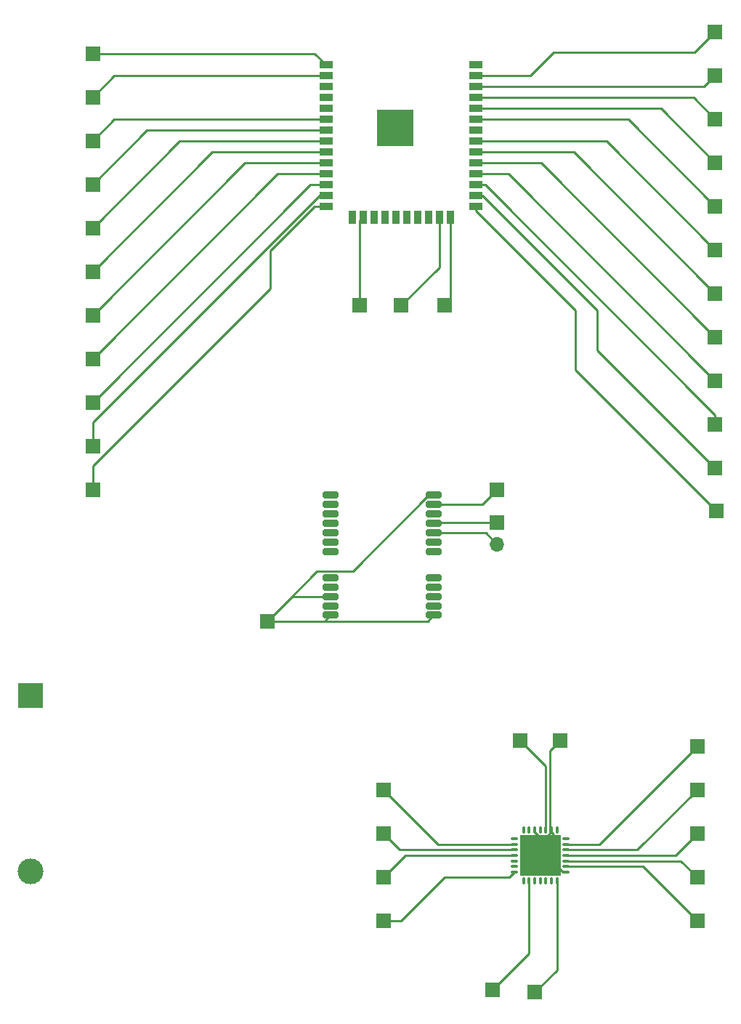
<source format=gbr>
%TF.GenerationSoftware,KiCad,Pcbnew,7.0.5*%
%TF.CreationDate,2023-06-26T00:24:40-05:00*%
%TF.ProjectId,PCB GPS,50434220-4750-4532-9e6b-696361645f70,rev?*%
%TF.SameCoordinates,Original*%
%TF.FileFunction,Copper,L1,Top*%
%TF.FilePolarity,Positive*%
%FSLAX46Y46*%
G04 Gerber Fmt 4.6, Leading zero omitted, Abs format (unit mm)*
G04 Created by KiCad (PCBNEW 7.0.5) date 2023-06-26 00:24:40*
%MOMM*%
%LPD*%
G01*
G04 APERTURE LIST*
G04 Aperture macros list*
%AMRoundRect*
0 Rectangle with rounded corners*
0 $1 Rounding radius*
0 $2 $3 $4 $5 $6 $7 $8 $9 X,Y pos of 4 corners*
0 Add a 4 corners polygon primitive as box body*
4,1,4,$2,$3,$4,$5,$6,$7,$8,$9,$2,$3,0*
0 Add four circle primitives for the rounded corners*
1,1,$1+$1,$2,$3*
1,1,$1+$1,$4,$5*
1,1,$1+$1,$6,$7*
1,1,$1+$1,$8,$9*
0 Add four rect primitives between the rounded corners*
20,1,$1+$1,$2,$3,$4,$5,0*
20,1,$1+$1,$4,$5,$6,$7,0*
20,1,$1+$1,$6,$7,$8,$9,0*
20,1,$1+$1,$8,$9,$2,$3,0*%
G04 Aperture macros list end*
%TA.AperFunction,SMDPad,CuDef*%
%ADD10R,4.800000X4.800000*%
%TD*%
%TA.AperFunction,SMDPad,CuDef*%
%ADD11RoundRect,0.075000X-0.075000X-0.312500X0.075000X-0.312500X0.075000X0.312500X-0.075000X0.312500X0*%
%TD*%
%TA.AperFunction,SMDPad,CuDef*%
%ADD12RoundRect,0.075000X-0.312500X-0.075000X0.312500X-0.075000X0.312500X0.075000X-0.312500X0.075000X0*%
%TD*%
%TA.AperFunction,SMDPad,CuDef*%
%ADD13RoundRect,0.200000X-0.700000X-0.200000X0.700000X-0.200000X0.700000X0.200000X-0.700000X0.200000X0*%
%TD*%
%TA.AperFunction,HeatsinkPad*%
%ADD14C,0.600000*%
%TD*%
%TA.AperFunction,SMDPad,CuDef*%
%ADD15R,1.050000X1.050000*%
%TD*%
%TA.AperFunction,SMDPad,CuDef*%
%ADD16R,4.200000X4.200000*%
%TD*%
%TA.AperFunction,SMDPad,CuDef*%
%ADD17R,1.500000X0.900000*%
%TD*%
%TA.AperFunction,SMDPad,CuDef*%
%ADD18R,0.900000X1.500000*%
%TD*%
%TA.AperFunction,ComponentPad*%
%ADD19R,1.700000X1.700000*%
%TD*%
%TA.AperFunction,ComponentPad*%
%ADD20O,1.700000X1.700000*%
%TD*%
%TA.AperFunction,ComponentPad*%
%ADD21C,3.000000*%
%TD*%
%TA.AperFunction,ComponentPad*%
%ADD22R,3.000000X3.000000*%
%TD*%
%TA.AperFunction,Conductor*%
%ADD23C,0.250000*%
%TD*%
G04 APERTURE END LIST*
D10*
%TO.P,U5,29,GND*%
%TO.N,Net-(J5-Pin_1)*%
X148305000Y-132080000D03*
D11*
%TO.P,U5,28,RFO_LF*%
%TO.N,unconnected-(U5-RFO_LF-Pad28)*%
X146355000Y-129092500D03*
%TO.P,U5,27,PA_BOOST*%
%TO.N,unconnected-(U5-PA_BOOST-Pad27)*%
X147005000Y-129092500D03*
%TO.P,U5,26,GND*%
%TO.N,Net-(J5-Pin_1)*%
X147655000Y-129092500D03*
%TO.P,U5,25,VR_PA*%
%TO.N,unconnected-(U5-VR_PA-Pad25)*%
X148305000Y-129092500D03*
%TO.P,U5,24,VBAT_RF*%
%TO.N,Net-(J4-Pin_1)*%
X148955000Y-129092500D03*
%TO.P,U5,23,GND*%
%TO.N,Net-(J5-Pin_1)*%
X149605000Y-129092500D03*
%TO.P,U5,22,RFO_HF*%
%TO.N,unconnected-(U5-RFO_HF-Pad22)*%
X150255000Y-129092500D03*
D12*
%TO.P,U5,21,RFI_HF*%
%TO.N,unconnected-(U5-RFI_HF-Pad21)*%
X151292500Y-130130000D03*
%TO.P,U5,20,RXTX/RF_MOD*%
%TO.N,Net-(J6-Pin_1)*%
X151292500Y-130780000D03*
%TO.P,U5,19,NSS*%
%TO.N,Net-(J18-Pin_1)*%
X151292500Y-131430000D03*
%TO.P,U5,18,MOSI*%
%TO.N,Net-(J17-Pin_1)*%
X151292500Y-132080000D03*
%TO.P,U5,17,MISO*%
%TO.N,Net-(J16-Pin_1)*%
X151292500Y-132730000D03*
%TO.P,U5,16,SCK*%
%TO.N,Net-(J15-Pin_1)*%
X151292500Y-133380000D03*
%TO.P,U5,15,GND*%
%TO.N,Net-(J5-Pin_1)*%
X151292500Y-134030000D03*
D11*
%TO.P,U5,14,VBAT_DIG*%
%TO.N,Net-(J8-Pin_1)*%
X150255000Y-135067500D03*
%TO.P,U5,13,DIO5*%
%TO.N,unconnected-(U5-DIO5-Pad13)*%
X149605000Y-135067500D03*
%TO.P,U5,12,DIO4*%
%TO.N,unconnected-(U5-DIO4-Pad12)*%
X148955000Y-135067500D03*
%TO.P,U5,11,DIO3*%
%TO.N,unconnected-(U5-DIO3-Pad11)*%
X148305000Y-135067500D03*
%TO.P,U5,10,DIO2*%
%TO.N,unconnected-(U5-DIO2-Pad10)*%
X147655000Y-135067500D03*
%TO.P,U5,9,DIO1*%
%TO.N,Net-(J2-Pin_1)*%
X147005000Y-135067500D03*
%TO.P,U5,8,DIO0*%
%TO.N,unconnected-(U5-DIO0-Pad8)*%
X146355000Y-135067500D03*
D12*
%TO.P,U5,7,~{RESET}*%
%TO.N,Net-(J1-Pin_1)*%
X145317500Y-134030000D03*
%TO.P,U5,6,XTB*%
%TO.N,unconnected-(U5-XTB-Pad6)*%
X145317500Y-133380000D03*
%TO.P,U5,5,XTA*%
%TO.N,unconnected-(U5-XTA-Pad5)*%
X145317500Y-132730000D03*
%TO.P,U5,4,VR_DIG*%
%TO.N,Net-(J3-Pin_1)*%
X145317500Y-132080000D03*
%TO.P,U5,3,VBAT_ANA*%
%TO.N,Net-(J14-Pin_1)*%
X145317500Y-131430000D03*
%TO.P,U5,2,VR_ANA*%
%TO.N,Net-(J7-Pin_1)*%
X145317500Y-130780000D03*
%TO.P,U5,1,RFI_LF*%
%TO.N,unconnected-(U5-RFI_LF-Pad1)*%
X145317500Y-130130000D03*
%TD*%
D13*
%TO.P,U4,24,GND*%
%TO.N,Net-(J11-Pin_1)*%
X135875000Y-90090000D03*
%TO.P,U4,23,VCC*%
%TO.N,Net-(J9-Pin_1)*%
X135875000Y-91190000D03*
%TO.P,U4,22,V_BCKP*%
%TO.N,unconnected-(U4-V_BCKP-Pad22)*%
X135875000Y-92290000D03*
%TO.P,U4,21,RXD1*%
%TO.N,Net-(J10-Pin_1)*%
X135875000Y-93390000D03*
%TO.P,U4,20,TXD1*%
%TO.N,Net-(J10-Pin_2)*%
X135875000Y-94490000D03*
%TO.P,U4,19,SCL2*%
%TO.N,unconnected-(U4-SCL2-Pad19)*%
X135875000Y-95590000D03*
%TO.P,U4,18,SDA2*%
%TO.N,unconnected-(U4-SDA2-Pad18)*%
X135875000Y-96690000D03*
%TO.P,U4,17,RSVD_17*%
%TO.N,unconnected-(U4-RSVD_17-Pad17)*%
X135875000Y-99690000D03*
%TO.P,U4,16,CFG_GPS0/SCK*%
%TO.N,unconnected-(U4-CFG_GPS0{slash}SCK-Pad16)*%
X135875000Y-100790000D03*
%TO.P,U4,15,MISO/CFG_COM1*%
%TO.N,unconnected-(U4-MISO{slash}CFG_COM1-Pad15)*%
X135875000Y-101890000D03*
%TO.P,U4,14,MOSI/CFG_COM0*%
%TO.N,unconnected-(U4-MOSI{slash}CFG_COM0-Pad14)*%
X135875000Y-102990000D03*
%TO.P,U4,13,GND*%
%TO.N,Net-(J11-Pin_1)*%
X135875000Y-104090000D03*
%TO.P,U4,12,GND*%
X123875000Y-104090000D03*
%TO.P,U4,11,RF_IN*%
%TO.N,unconnected-(U4-RF_IN-Pad11)*%
X123875000Y-102990000D03*
%TO.P,U4,10,GND*%
%TO.N,Net-(J11-Pin_1)*%
X123875000Y-101890000D03*
%TO.P,U4,9,VCC_RF*%
%TO.N,unconnected-(U4-VCC_RF-Pad9)*%
X123875000Y-100790000D03*
%TO.P,U4,8,RSVD_8*%
%TO.N,unconnected-(U4-RSVD_8-Pad8)*%
X123875000Y-99690000D03*
%TO.P,U4,7,VDDUSB*%
%TO.N,unconnected-(U4-VDDUSB-Pad7)*%
X123875000Y-96690000D03*
%TO.P,U4,6,USB_DP*%
%TO.N,unconnected-(U4-USB_DP-Pad6)*%
X123875000Y-95590000D03*
%TO.P,U4,5,USB_DM*%
%TO.N,unconnected-(U4-USB_DM-Pad5)*%
X123875000Y-94490000D03*
%TO.P,U4,4,EXTINT0*%
%TO.N,unconnected-(U4-EXTINT0-Pad4)*%
X123875000Y-93390000D03*
%TO.P,U4,3,TIMEPULSE*%
%TO.N,unconnected-(U4-TIMEPULSE-Pad3)*%
X123875000Y-92290000D03*
%TO.P,U4,2,SS_N*%
%TO.N,unconnected-(U4-SS_N-Pad2)*%
X123875000Y-91190000D03*
%TO.P,U4,1*%
%TO.N,N/C*%
X123875000Y-90090000D03*
%TD*%
D14*
%TO.P,U3,39,GND*%
%TO.N,Net-(J12-Pin_1)*%
X131400000Y-46542500D03*
D15*
X131400000Y-47305000D03*
D14*
X132925000Y-48067500D03*
D16*
X131400000Y-47305000D03*
D14*
X130637500Y-47305000D03*
D15*
X131400000Y-45780000D03*
D14*
X132162500Y-47305000D03*
D15*
X132925000Y-45780000D03*
X129875000Y-48830000D03*
X129875000Y-47305000D03*
X132925000Y-47305000D03*
D14*
X131400000Y-48067500D03*
X132925000Y-46542500D03*
X130637500Y-45780000D03*
X130637500Y-48830000D03*
D15*
X131400000Y-48830000D03*
X132925000Y-48830000D03*
D14*
X129875000Y-48067500D03*
X132162500Y-45780000D03*
D15*
X129875000Y-45780000D03*
D14*
X132162500Y-48830000D03*
X129875000Y-46542500D03*
D17*
%TO.P,U3,38,GND*%
X140830000Y-39965000D03*
%TO.P,U3,37,IO23*%
%TO.N,Net-(J35-Pin_1)*%
X140830000Y-41235000D03*
%TO.P,U3,36,IO22*%
%TO.N,Net-(J34-Pin_1)*%
X140830000Y-42505000D03*
%TO.P,U3,35,TXD0/IO1*%
%TO.N,Net-(J20-Pin_1)*%
X140830000Y-43775000D03*
%TO.P,U3,34,RXD0/IO3*%
%TO.N,Net-(J22-Pin_1)*%
X140830000Y-45045000D03*
%TO.P,U3,33,IO21*%
%TO.N,Net-(J33-Pin_1)*%
X140830000Y-46315000D03*
%TO.P,U3,32,NC*%
%TO.N,unconnected-(U3-NC-Pad32)*%
X140830000Y-47585000D03*
%TO.P,U3,31,IO19*%
%TO.N,Net-(J32-Pin_1)*%
X140830000Y-48855000D03*
%TO.P,U3,30,IO18*%
%TO.N,Net-(J31-Pin_1)*%
X140830000Y-50125000D03*
%TO.P,U3,29,IO5*%
%TO.N,Net-(J24-Pin_1)*%
X140830000Y-51395000D03*
%TO.P,U3,28,IO17*%
%TO.N,Net-(J30-Pin_1)*%
X140830000Y-52665000D03*
%TO.P,U3,27,IO16*%
%TO.N,Net-(J29-Pin_1)*%
X140830000Y-53935000D03*
%TO.P,U3,26,IO4*%
%TO.N,Net-(J23-Pin_1)*%
X140830000Y-55205000D03*
%TO.P,U3,25,IO0*%
%TO.N,Net-(J19-Pin_1)*%
X140830000Y-56475000D03*
D18*
%TO.P,U3,24,IO2*%
%TO.N,Net-(J21-Pin_1)*%
X137800000Y-57725000D03*
%TO.P,U3,23,IO15*%
%TO.N,Net-(J28-Pin_1)*%
X136530000Y-57725000D03*
%TO.P,U3,22,SDI/SD1*%
%TO.N,unconnected-(U3-SDI{slash}SD1-Pad22)*%
X135260000Y-57725000D03*
%TO.P,U3,21,SDO/SD0*%
%TO.N,unconnected-(U3-SDO{slash}SD0-Pad21)*%
X133990000Y-57725000D03*
%TO.P,U3,20,SCK/CLK*%
%TO.N,unconnected-(U3-SCK{slash}CLK-Pad20)*%
X132720000Y-57725000D03*
%TO.P,U3,19,SCS/CMD*%
%TO.N,unconnected-(U3-SCS{slash}CMD-Pad19)*%
X131450000Y-57725000D03*
%TO.P,U3,18,SWP/SD3*%
%TO.N,unconnected-(U3-SWP{slash}SD3-Pad18)*%
X130180000Y-57725000D03*
%TO.P,U3,17,SHD/SD2*%
%TO.N,unconnected-(U3-SHD{slash}SD2-Pad17)*%
X128910000Y-57725000D03*
%TO.P,U3,16,IO13*%
%TO.N,Net-(J26-Pin_1)*%
X127640000Y-57725000D03*
%TO.P,U3,15,GND*%
%TO.N,Net-(J12-Pin_1)*%
X126370000Y-57725000D03*
D17*
%TO.P,U3,14,IO12*%
%TO.N,Net-(J25-Pin_1)*%
X123330000Y-56475000D03*
%TO.P,U3,13,IO14*%
%TO.N,Net-(J27-Pin_1)*%
X123330000Y-55205000D03*
%TO.P,U3,12,IO27*%
%TO.N,Net-(J38-Pin_1)*%
X123330000Y-53935000D03*
%TO.P,U3,11,IO26*%
%TO.N,Net-(J37-Pin_1)*%
X123330000Y-52665000D03*
%TO.P,U3,10,IO25*%
%TO.N,Net-(J36-Pin_1)*%
X123330000Y-51395000D03*
%TO.P,U3,9,IO33*%
%TO.N,Net-(J40-Pin_1)*%
X123330000Y-50125000D03*
%TO.P,U3,8,IO32*%
%TO.N,Net-(J39-Pin_1)*%
X123330000Y-48855000D03*
%TO.P,U3,7,IO35*%
%TO.N,Net-(J42-Pin_1)*%
X123330000Y-47585000D03*
%TO.P,U3,6,IO34*%
%TO.N,Net-(J41-Pin_1)*%
X123330000Y-46315000D03*
%TO.P,U3,5,SENSOR_VN*%
%TO.N,unconnected-(U3-SENSOR_VN-Pad5)*%
X123330000Y-45045000D03*
%TO.P,U3,4,SENSOR_VP*%
%TO.N,unconnected-(U3-SENSOR_VP-Pad4)*%
X123330000Y-43775000D03*
%TO.P,U3,3,EN*%
%TO.N,unconnected-(U3-EN-Pad3)*%
X123330000Y-42505000D03*
%TO.P,U3,2,VDD*%
%TO.N,Net-(J13-Pin_1)*%
X123330000Y-41235000D03*
%TO.P,U3,1,GND*%
%TO.N,Net-(J12-Pin_1)*%
X123330000Y-39965000D03*
%TD*%
D19*
%TO.P,J42,1,Pin_1*%
%TO.N,Net-(J42-Pin_1)*%
X96150000Y-53910000D03*
%TD*%
%TO.P,J41,1,Pin_1*%
%TO.N,Net-(J41-Pin_1)*%
X96150000Y-48830000D03*
%TD*%
%TO.P,J40,1,Pin_1*%
%TO.N,Net-(J40-Pin_1)*%
X96150000Y-64070000D03*
%TD*%
%TO.P,J39,1,Pin_1*%
%TO.N,Net-(J39-Pin_1)*%
X96150000Y-58990000D03*
%TD*%
%TO.P,J38,1,Pin_1*%
%TO.N,Net-(J38-Pin_1)*%
X96150000Y-79310000D03*
%TD*%
%TO.P,J37,1,Pin_1*%
%TO.N,Net-(J37-Pin_1)*%
X96150000Y-74230000D03*
%TD*%
%TO.P,J36,1,Pin_1*%
%TO.N,Net-(J36-Pin_1)*%
X96150000Y-69150000D03*
%TD*%
%TO.P,J35,1,Pin_1*%
%TO.N,Net-(J35-Pin_1)*%
X168680000Y-36130000D03*
%TD*%
%TO.P,J34,1,Pin_1*%
%TO.N,Net-(J34-Pin_1)*%
X168680000Y-41210000D03*
%TD*%
%TO.P,J33,1,Pin_1*%
%TO.N,Net-(J33-Pin_1)*%
X168680000Y-56450000D03*
%TD*%
%TO.P,J32,1,Pin_1*%
%TO.N,Net-(J32-Pin_1)*%
X168680000Y-61530000D03*
%TD*%
%TO.P,J31,1,Pin_1*%
%TO.N,Net-(J31-Pin_1)*%
X168680000Y-66610000D03*
%TD*%
%TO.P,J30,1,Pin_1*%
%TO.N,Net-(J30-Pin_1)*%
X168680000Y-76770000D03*
%TD*%
%TO.P,J29,1,Pin_1*%
%TO.N,Net-(J29-Pin_1)*%
X168680000Y-81850000D03*
%TD*%
%TO.P,J28,1,Pin_1*%
%TO.N,Net-(J28-Pin_1)*%
X132080000Y-67994580D03*
%TD*%
%TO.P,J27,1,Pin_1*%
%TO.N,Net-(J27-Pin_1)*%
X96150000Y-84390000D03*
%TD*%
%TO.P,J26,1,Pin_1*%
%TO.N,Net-(J26-Pin_1)*%
X127285000Y-67994580D03*
%TD*%
%TO.P,J25,1,Pin_1*%
%TO.N,Net-(J25-Pin_1)*%
X96150000Y-89470000D03*
%TD*%
%TO.P,J24,1,Pin_1*%
%TO.N,Net-(J24-Pin_1)*%
X168680000Y-71690000D03*
%TD*%
%TO.P,J23,1,Pin_1*%
%TO.N,Net-(J23-Pin_1)*%
X168680000Y-86930000D03*
%TD*%
%TO.P,J22,1,Pin_1*%
%TO.N,Net-(J22-Pin_1)*%
X168680000Y-51370000D03*
%TD*%
%TO.P,J21,1,Pin_1*%
%TO.N,Net-(J21-Pin_1)*%
X137160000Y-67994580D03*
%TD*%
%TO.P,J20,1,Pin_1*%
%TO.N,Net-(J20-Pin_1)*%
X168680000Y-46290000D03*
%TD*%
%TO.P,J19,1,Pin_1*%
%TO.N,Net-(J19-Pin_1)*%
X168802500Y-91910000D03*
%TD*%
%TO.P,J18,1,Pin_1*%
%TO.N,Net-(J18-Pin_1)*%
X166600000Y-124460000D03*
%TD*%
%TO.P,J17,1,Pin_1*%
%TO.N,Net-(J17-Pin_1)*%
X166600000Y-129540000D03*
%TD*%
%TO.P,J16,1,Pin_1*%
%TO.N,Net-(J16-Pin_1)*%
X166600000Y-134620000D03*
%TD*%
%TO.P,J15,1,Pin_1*%
%TO.N,Net-(J15-Pin_1)*%
X166600000Y-139700000D03*
%TD*%
%TO.P,J14,1,Pin_1*%
%TO.N,Net-(J14-Pin_1)*%
X130060000Y-129540000D03*
%TD*%
%TO.P,J13,1,Pin_1*%
%TO.N,Net-(J13-Pin_1)*%
X96150000Y-43750000D03*
%TD*%
%TO.P,J12,1,Pin_1*%
%TO.N,Net-(J12-Pin_1)*%
X96150000Y-38670000D03*
%TD*%
%TO.P,J11,1,Pin_1*%
%TO.N,Net-(J11-Pin_1)*%
X116470000Y-104770000D03*
%TD*%
D20*
%TO.P,J10,2,Pin_2*%
%TO.N,Net-(J10-Pin_2)*%
X143280000Y-95815000D03*
D19*
%TO.P,J10,1,Pin_1*%
%TO.N,Net-(J10-Pin_1)*%
X143280000Y-93275000D03*
%TD*%
%TO.P,J9,1,Pin_1*%
%TO.N,Net-(J9-Pin_1)*%
X143280000Y-89470000D03*
%TD*%
%TO.P,J8,1,Pin_1*%
%TO.N,Net-(J8-Pin_1)*%
X147655000Y-148025000D03*
%TD*%
%TO.P,J7,1,Pin_1*%
%TO.N,Net-(J7-Pin_1)*%
X130060000Y-124460000D03*
%TD*%
%TO.P,J6,1,Pin_1*%
%TO.N,Net-(J6-Pin_1)*%
X166600000Y-119380000D03*
%TD*%
%TO.P,J5,1,Pin_1*%
%TO.N,Net-(J5-Pin_1)*%
X150655000Y-118675000D03*
%TD*%
%TO.P,J4,1,Pin_1*%
%TO.N,Net-(J4-Pin_1)*%
X146005000Y-118675000D03*
%TD*%
%TO.P,J3,1,Pin_1*%
%TO.N,Net-(J3-Pin_1)*%
X130060000Y-134620000D03*
%TD*%
%TO.P,J2,1,Pin_1*%
%TO.N,Net-(J2-Pin_1)*%
X142777500Y-147767500D03*
%TD*%
%TO.P,J1,1,Pin_1*%
%TO.N,Net-(J1-Pin_1)*%
X130060000Y-139700000D03*
%TD*%
D21*
%TO.P,BT1,2,-*%
%TO.N,unconnected-(BT1---Pad2)*%
X88900001Y-133915000D03*
D22*
%TO.P,BT1,1,+*%
%TO.N,unconnected-(BT1-+-Pad1)*%
X88900001Y-113425000D03*
%TD*%
D23*
%TO.N,Net-(J1-Pin_1)*%
X144727500Y-134620000D02*
X145317500Y-134030000D01*
X132080000Y-139700000D02*
X137160000Y-134620000D01*
X130060000Y-139700000D02*
X132080000Y-139700000D01*
X137160000Y-134620000D02*
X144727500Y-134620000D01*
%TO.N,Net-(J3-Pin_1)*%
X132600000Y-132080000D02*
X145317500Y-132080000D01*
X130060000Y-134620000D02*
X132600000Y-132080000D01*
%TO.N,Net-(J14-Pin_1)*%
X131950000Y-131430000D02*
X145317500Y-131430000D01*
X130060000Y-129540000D02*
X131950000Y-131430000D01*
%TO.N,Net-(J7-Pin_1)*%
X136380000Y-130780000D02*
X145317500Y-130780000D01*
X130060000Y-124460000D02*
X136380000Y-130780000D01*
%TO.N,Net-(J2-Pin_1)*%
X147005000Y-143540000D02*
X147005000Y-135067500D01*
X142777500Y-147767500D02*
X147005000Y-143540000D01*
%TO.N,Net-(J8-Pin_1)*%
X150255000Y-145425000D02*
X150255000Y-135067500D01*
X147655000Y-148025000D02*
X150255000Y-145425000D01*
%TO.N,Net-(J15-Pin_1)*%
X160280000Y-133380000D02*
X151292500Y-133380000D01*
X166600000Y-139700000D02*
X160280000Y-133380000D01*
%TO.N,Net-(J16-Pin_1)*%
X164710000Y-132730000D02*
X151292500Y-132730000D01*
X166600000Y-134620000D02*
X164710000Y-132730000D01*
%TO.N,Net-(J17-Pin_1)*%
X164060000Y-132080000D02*
X151030000Y-132080000D01*
X166600000Y-129540000D02*
X164060000Y-132080000D01*
%TO.N,Net-(J18-Pin_1)*%
X159630000Y-131430000D02*
X151292500Y-131430000D01*
X166600000Y-124460000D02*
X159630000Y-131430000D01*
%TO.N,Net-(J6-Pin_1)*%
X155200000Y-130780000D02*
X151292500Y-130780000D01*
X166600000Y-119380000D02*
X155200000Y-130780000D01*
%TO.N,Net-(J5-Pin_1)*%
X147655000Y-129395685D02*
X147655000Y-129092500D01*
X149195685Y-129805000D02*
X148064315Y-129805000D01*
X149430000Y-129570685D02*
X149195685Y-129805000D01*
X149430000Y-119900000D02*
X149430000Y-129570685D01*
X150655000Y-118675000D02*
X149430000Y-119900000D01*
X148064315Y-129805000D02*
X147655000Y-129395685D01*
X149860000Y-132900685D02*
X150989315Y-134030000D01*
X149430000Y-119900000D02*
X149430000Y-129220685D01*
X149860000Y-129650685D02*
X149860000Y-132900685D01*
X149430000Y-129220685D02*
X149860000Y-129650685D01*
X150989315Y-134030000D02*
X151292500Y-134030000D01*
%TO.N,Net-(J4-Pin_1)*%
X148955000Y-121625000D02*
X148955000Y-129092500D01*
X146005000Y-118675000D02*
X148955000Y-121625000D01*
%TO.N,Net-(J10-Pin_2)*%
X141955000Y-94490000D02*
X135875000Y-94490000D01*
X143280000Y-95815000D02*
X141955000Y-94490000D01*
%TO.N,Net-(J10-Pin_1)*%
X143280000Y-93275000D02*
X135990000Y-93275000D01*
X135990000Y-93275000D02*
X135875000Y-93390000D01*
%TO.N,Net-(J9-Pin_1)*%
X143280000Y-89470000D02*
X141560000Y-91190000D01*
X141560000Y-91190000D02*
X135875000Y-91190000D01*
%TO.N,Net-(J11-Pin_1)*%
X126457538Y-98965000D02*
X135332538Y-90090000D01*
X135332538Y-90090000D02*
X135875000Y-90090000D01*
X122275000Y-98965000D02*
X126457538Y-98965000D01*
X116470000Y-104770000D02*
X122275000Y-98965000D01*
X135195000Y-104770000D02*
X135875000Y-104090000D01*
X116470000Y-104770000D02*
X135195000Y-104770000D01*
X119350000Y-101890000D02*
X123875000Y-101890000D01*
X116470000Y-104770000D02*
X119350000Y-101890000D01*
X123195000Y-104770000D02*
X123875000Y-104090000D01*
X116470000Y-104770000D02*
X123195000Y-104770000D01*
%TO.N,Net-(J19-Pin_1)*%
X140830000Y-57010000D02*
X140830000Y-56475000D01*
X152400000Y-75507500D02*
X152400000Y-68580000D01*
X152400000Y-68580000D02*
X140830000Y-57010000D01*
X168802500Y-91910000D02*
X152400000Y-75507500D01*
%TO.N,Net-(J23-Pin_1)*%
X141565000Y-55205000D02*
X140830000Y-55205000D01*
X154940000Y-68580000D02*
X141565000Y-55205000D01*
X154940000Y-73190000D02*
X154940000Y-68580000D01*
X168680000Y-86930000D02*
X154940000Y-73190000D01*
%TO.N,Net-(J29-Pin_1)*%
X141865000Y-53935000D02*
X140830000Y-53935000D01*
X168680000Y-80750000D02*
X141865000Y-53935000D01*
X168680000Y-81850000D02*
X168680000Y-80750000D01*
%TO.N,Net-(J30-Pin_1)*%
X144575000Y-52665000D02*
X140830000Y-52665000D01*
X168680000Y-76770000D02*
X144575000Y-52665000D01*
%TO.N,Net-(J24-Pin_1)*%
X148385000Y-51395000D02*
X140830000Y-51395000D01*
X168680000Y-71690000D02*
X148385000Y-51395000D01*
%TO.N,Net-(J31-Pin_1)*%
X152195000Y-50125000D02*
X140830000Y-50125000D01*
X168680000Y-66610000D02*
X152195000Y-50125000D01*
%TO.N,Net-(J32-Pin_1)*%
X156005000Y-48855000D02*
X140830000Y-48855000D01*
X168680000Y-61530000D02*
X156005000Y-48855000D01*
%TO.N,Net-(J33-Pin_1)*%
X158545000Y-46315000D02*
X140830000Y-46315000D01*
X168680000Y-56450000D02*
X158545000Y-46315000D01*
%TO.N,Net-(J22-Pin_1)*%
X162355000Y-45045000D02*
X140830000Y-45045000D01*
X168680000Y-51370000D02*
X162355000Y-45045000D01*
%TO.N,Net-(J20-Pin_1)*%
X166165000Y-43775000D02*
X140830000Y-43775000D01*
X168680000Y-46290000D02*
X166165000Y-43775000D01*
%TO.N,Net-(J34-Pin_1)*%
X167385000Y-42505000D02*
X140830000Y-42505000D01*
X168680000Y-41210000D02*
X167385000Y-42505000D01*
%TO.N,Net-(J35-Pin_1)*%
X147165000Y-41235000D02*
X140830000Y-41235000D01*
X166270000Y-38540000D02*
X149860000Y-38540000D01*
X168680000Y-36130000D02*
X166270000Y-38540000D01*
X149860000Y-38540000D02*
X147165000Y-41235000D01*
%TO.N,Net-(J21-Pin_1)*%
X137800000Y-67354580D02*
X137800000Y-57725000D01*
X137160000Y-67994580D02*
X137800000Y-67354580D01*
%TO.N,Net-(J28-Pin_1)*%
X136530000Y-63544580D02*
X136530000Y-57725000D01*
X132080000Y-67994580D02*
X136530000Y-63544580D01*
%TO.N,Net-(J26-Pin_1)*%
X127285000Y-58080000D02*
X127640000Y-57725000D01*
X127285000Y-67994580D02*
X127285000Y-58080000D01*
%TO.N,Net-(J25-Pin_1)*%
X121961396Y-56475000D02*
X123330000Y-56475000D01*
X116840000Y-61596396D02*
X121961396Y-56475000D01*
X116840000Y-66040000D02*
X116840000Y-61596396D01*
X96150000Y-89470000D02*
X96150000Y-86730000D01*
X96150000Y-86730000D02*
X116840000Y-66040000D01*
%TO.N,Net-(J27-Pin_1)*%
X122595000Y-55205000D02*
X123330000Y-55205000D01*
X96150000Y-81650000D02*
X122595000Y-55205000D01*
X96150000Y-84390000D02*
X96150000Y-81650000D01*
%TO.N,Net-(J38-Pin_1)*%
X121525000Y-53935000D02*
X123330000Y-53935000D01*
X96150000Y-79310000D02*
X121525000Y-53935000D01*
%TO.N,Net-(J37-Pin_1)*%
X96150000Y-74230000D02*
X117715000Y-52665000D01*
X117715000Y-52665000D02*
X123330000Y-52665000D01*
%TO.N,Net-(J36-Pin_1)*%
X113905000Y-51395000D02*
X123330000Y-51395000D01*
X96150000Y-69150000D02*
X113905000Y-51395000D01*
%TO.N,Net-(J40-Pin_1)*%
X110095000Y-50125000D02*
X123330000Y-50125000D01*
X96150000Y-64070000D02*
X110095000Y-50125000D01*
%TO.N,Net-(J39-Pin_1)*%
X96150000Y-58990000D02*
X106285000Y-48855000D01*
X106285000Y-48855000D02*
X123330000Y-48855000D01*
%TO.N,Net-(J42-Pin_1)*%
X96150000Y-53910000D02*
X102475000Y-47585000D01*
X102475000Y-47585000D02*
X123330000Y-47585000D01*
%TO.N,Net-(J41-Pin_1)*%
X98665000Y-46315000D02*
X123330000Y-46315000D01*
X96150000Y-48830000D02*
X98665000Y-46315000D01*
%TO.N,Net-(J13-Pin_1)*%
X98665000Y-41235000D02*
X123330000Y-41235000D01*
X96150000Y-43750000D02*
X98665000Y-41235000D01*
%TO.N,Net-(J12-Pin_1)*%
X122035000Y-38670000D02*
X123330000Y-39965000D01*
X96150000Y-38670000D02*
X122035000Y-38670000D01*
%TD*%
M02*

</source>
